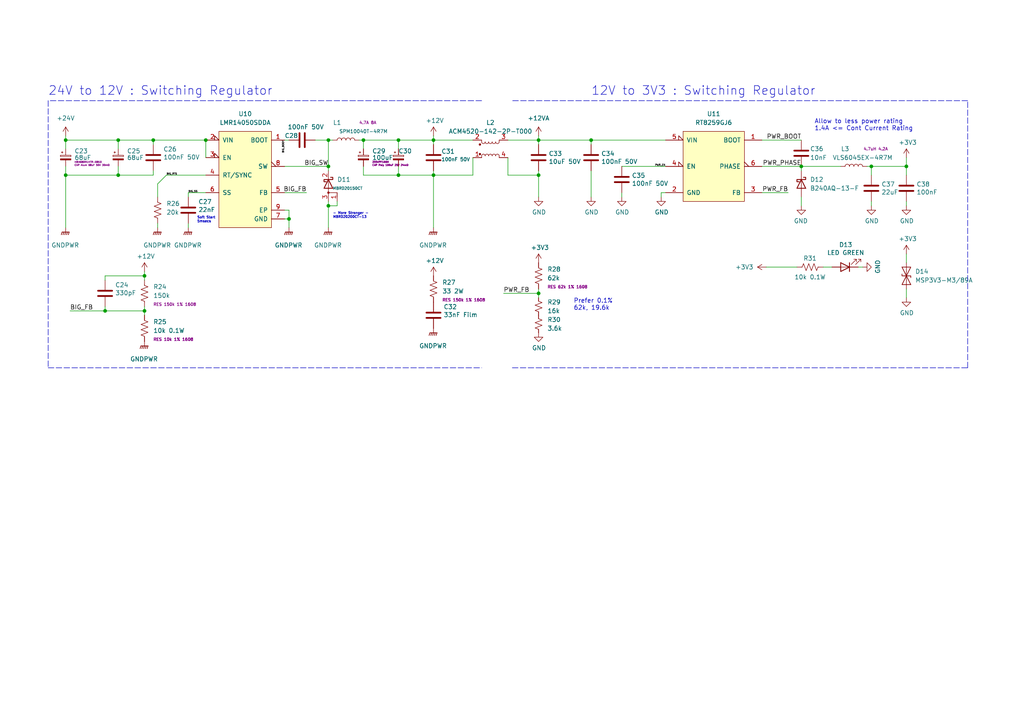
<source format=kicad_sch>
(kicad_sch (version 20210621) (generator eeschema)
  (paper "A4")
  (title_block (title "Power Domain") (date "2021-07-30") (rev "0.4") (company "Korean Paper Dispenser Parallel to Serial Adapter Module") (comment 1 "Features : 24V -> 12V, RS232, STM32G030") (comment 2 "Proof of concept hardware for Rust-Embedded.") (comment 3 "CERN-OHL-S-2.0") (comment 4 "Jinwoo Park pmnxis@gmail.com"))
  (lib_symbols
    (symbol "Device:C" (pin_numbers hide) (pin_names (offset 0.254))
      (property "Reference" "C" (at 0.635 2.54 0))
      (property "Value" "C" (at 0.635 -2.54 0))
      (symbol "C_0_1"
        (polyline (pts (xy -2.032 -0.762) (xy 2.032 -0.762)) (stroke (width 0.508)))
        (polyline (pts (xy -2.032 0.762) (xy 2.032 0.762)) (stroke (width 0.508)))
      )
      (symbol "C_1_1"
        (pin passive line (at 0 3.81 270) (length 2.794) (name "~") (number "1"))
        (pin passive line (at 0 -3.81 90) (length 2.794) (name "~") (number "2"))
      )
    )
    (symbol "Device:C_Polarized_Small" (pin_numbers hide) (pin_names (offset 0.254) hide)
      (property "Reference" "C" (at 0.254 1.778 0))
      (property "Value" "C_Polarized_Small" (at 0.254 -2.032 0))
      (symbol "C_Polarized_Small_0_1"
        (rectangle (start -1.524 0.6858) (end 1.524 0.3048))
        (rectangle (start -1.524 -0.3048) (end 1.524 -0.6858) (fill (type outline)))
        (polyline (pts (xy -1.27 1.524) (xy -0.762 1.524)))
        (polyline (pts (xy -1.016 1.27) (xy -1.016 1.778)))
      )
      (symbol "C_Polarized_Small_1_1"
        (pin passive line (at 0 2.54 270) (length 1.8542) (name "~") (number "1"))
        (pin passive line (at 0 -2.54 90) (length 1.8542) (name "~") (number "2"))
      )
    )
    (symbol "Device:D_Schottky_AKA" (pin_names (offset 0) hide)
      (property "Reference" "D" (at 0 2.54 0))
      (property "Value" "D_Schottky_AKA" (at 0 -2.54 0))
      (symbol "D_Schottky_AKA_0_1"
        (circle (center 2.54 0) (radius 0.254) (fill (type outline)))
        (polyline (pts (xy 1.27 1.27) (xy 1.27 -1.27) (xy -1.27 0) (xy 1.27 1.27)) (stroke (width 0.254)))
        (polyline (pts (xy 3.81 2.54) (xy 2.54 2.54) (xy 2.54 0) (xy -1.27 0)))
        (polyline (pts (xy -1.905 0.635) (xy -1.905 1.27) (xy -1.27 1.27) (xy -1.27 -1.27) (xy -0.635 -1.27) (xy -0.635 -0.635)) (stroke (width 0.254)))
      )
      (symbol "D_Schottky_AKA_1_1"
        (pin input line (at 5.08 2.54 180) (length 2.54) (name "A") (number "1"))
        (pin passive line (at -3.81 0 0) (length 2.54) (name "K") (number "2"))
        (pin passive line (at 5.08 0 180) (length 2.54) (name "A") (number "3"))
      )
    )
    (symbol "Device:LED" (pin_numbers hide) (pin_names (offset 1.016) hide)
      (property "Reference" "D" (at 0 2.54 0))
      (property "Value" "LED" (at 0 -2.54 0))
      (symbol "LED_0_1"
        (polyline (pts (xy -1.27 -1.27) (xy -1.27 1.27)) (stroke (width 0.254)))
        (polyline (pts (xy -1.27 0) (xy 1.27 0)))
        (polyline (pts (xy 1.27 -1.27) (xy 1.27 1.27) (xy -1.27 0) (xy 1.27 -1.27)) (stroke (width 0.254)))
        (polyline (pts (xy -3.048 -0.762) (xy -4.572 -2.286) (xy -3.81 -2.286) (xy -4.572 -2.286) (xy -4.572 -1.524)))
        (polyline (pts (xy -1.778 -0.762) (xy -3.302 -2.286) (xy -2.54 -2.286) (xy -3.302 -2.286) (xy -3.302 -1.524)))
      )
      (symbol "LED_1_1"
        (pin passive line (at -3.81 0 0) (length 2.54) (name "K") (number "1"))
        (pin passive line (at 3.81 0 180) (length 2.54) (name "A") (number "2"))
      )
    )
    (symbol "Device:L_Coupled_1423" (pin_names (offset 0.254) hide)
      (property "Reference" "L" (at 0 4.445 0))
      (property "Value" "L_Coupled_1423" (at 0 -4.445 0))
      (symbol "L_Coupled_1423_0_1"
        (arc (start -1.524 -2.032) (end -2.54 -2.032) (radius (at -2.032 -2.032) (length 0.508) (angles 0.1 179.9)))
        (arc (start -2.54 2.032) (end -1.524 2.032) (radius (at -2.032 2.032) (length 0.508) (angles -179.9 -0.1)))
        (arc (start -0.508 -2.032) (end -1.524 -2.032) (radius (at -1.016 -2.032) (length 0.508) (angles 0.1 179.9)))
        (arc (start -1.524 2.032) (end -0.508 2.032) (radius (at -1.016 2.032) (length 0.508) (angles -179.9 -0.1)))
        (arc (start 0.508 -2.032) (end -0.508 -2.032) (radius (at 0 -2.032) (length 0.508) (angles 0.1 179.9)))
        (arc (start -0.508 2.032) (end 0.508 2.032) (radius (at 0 2.032) (length 0.508) (angles -179.9 -0.1)))
        (arc (start 1.524 -2.032) (end 0.508 -2.032) (radius (at 1.016 -2.032) (length 0.508) (angles 0.1 179.9)))
        (arc (start 0.508 2.032) (end 1.524 2.032) (radius (at 1.016 2.032) (length 0.508) (angles -179.9 -0.1)))
        (arc (start 2.54 -2.032) (end 1.524 -2.032) (radius (at 2.032 -2.032) (length 0.508) (angles 0.1 179.9)))
        (arc (start 1.524 2.032) (end 2.54 2.032) (radius (at 2.032 2.032) (length 0.508) (angles -179.9 -0.1)))
        (circle (center -3.048 -1.27) (radius 0.254) (fill (type outline)))
        (circle (center -3.048 1.524) (radius 0.254) (fill (type outline)))
        (polyline (pts (xy -2.54 -2.032) (xy -2.54 -2.54)))
        (polyline (pts (xy -2.54 2.032) (xy -2.54 2.54)))
        (polyline (pts (xy 2.54 -2.032) (xy 2.54 -2.54)))
        (polyline (pts (xy 2.54 2.54) (xy 2.54 2.032)))
      )
      (symbol "L_Coupled_1423_1_1"
        (pin passive line (at -5.08 2.54 0) (length 2.54) (name "1") (number "1"))
        (pin passive line (at -5.08 -2.54 0) (length 2.54) (name "2") (number "2"))
        (pin passive line (at 5.08 -2.54 180) (length 2.54) (name "3") (number "3"))
        (pin passive line (at 5.08 2.54 180) (length 2.54) (name "4") (number "4"))
      )
    )
    (symbol "Device:R_Small_US" (pin_numbers hide) (pin_names (offset 0.254) hide)
      (property "Reference" "R" (at 0.762 0.508 0))
      (property "Value" "R_Small_US" (at 0.762 -1.016 0))
      (symbol "R_Small_US_1_1"
        (polyline (pts (xy 0 0) (xy 1.016 -0.381) (xy 0 -0.762) (xy -1.016 -1.143) (xy 0 -1.524)))
        (polyline (pts (xy 0 1.524) (xy 1.016 1.143) (xy 0 0.762) (xy -1.016 0.381) (xy 0 0)))
        (pin passive line (at 0 2.54 270) (length 1.016) (name "~") (number "1"))
        (pin passive line (at 0 -2.54 90) (length 1.016) (name "~") (number "2"))
      )
    )
    (symbol "Device:R_US" (pin_numbers hide) (pin_names (offset 0))
      (property "Reference" "R" (at 2.54 0 90))
      (property "Value" "R_US" (at -2.54 0 90))
      (symbol "R_US_0_1"
        (polyline (pts (xy 0 -2.286) (xy 0 -2.54)))
        (polyline (pts (xy 0 2.286) (xy 0 2.54)))
        (polyline (pts (xy 0 -0.762) (xy 1.016 -1.143) (xy 0 -1.524) (xy -1.016 -1.905) (xy 0 -2.286)))
        (polyline (pts (xy 0 0.762) (xy 1.016 0.381) (xy 0 0) (xy -1.016 -0.381) (xy 0 -0.762)))
        (polyline (pts (xy 0 2.286) (xy 1.016 1.905) (xy 0 1.524) (xy -1.016 1.143) (xy 0 0.762)))
      )
      (symbol "R_US_1_1"
        (pin passive line (at 0 3.81 270) (length 1.27) (name "~") (number "1"))
        (pin passive line (at 0 -3.81 90) (length 1.27) (name "~") (number "2"))
      )
    )
    (symbol "Diode:B240" (pin_numbers hide) (pin_names (offset 1.016) hide)
      (property "Reference" "D" (at 0 2.54 0))
      (property "Value" "B240" (at 0 -2.54 0))
      (symbol "B240_0_1"
        (polyline (pts (xy 1.27 0) (xy -1.27 0)))
        (polyline (pts (xy 1.27 1.27) (xy 1.27 -1.27) (xy -1.27 0) (xy 1.27 1.27)) (stroke (width 0.254)))
        (polyline (pts (xy -1.905 0.635) (xy -1.905 1.27) (xy -1.27 1.27) (xy -1.27 -1.27) (xy -0.635 -1.27) (xy -0.635 -0.635)) (stroke (width 0.254)))
      )
      (symbol "B240_1_1"
        (pin passive line (at -3.81 0 0) (length 2.54) (name "K") (number "1"))
        (pin passive line (at 3.81 0 180) (length 2.54) (name "A") (number "2"))
      )
    )
    (symbol "Diode:SD36_SOD323" (pin_numbers hide) (pin_names (offset 1.016) hide)
      (property "Reference" "D" (at 0 2.54 0))
      (property "Value" "SD36_SOD323" (at 0 -2.54 0))
      (symbol "SD36_SOD323_0_1"
        (polyline (pts (xy 1.27 0) (xy -1.27 0)))
        (polyline (pts (xy -2.54 -1.27) (xy 0 0) (xy -2.54 1.27) (xy -2.54 -1.27)) (stroke (width 0.2032)))
        (polyline (pts (xy 0.508 1.27) (xy 0 1.27) (xy 0 -1.27) (xy -0.508 -1.27)) (stroke (width 0.2032)))
        (polyline (pts (xy 2.54 1.27) (xy 2.54 -1.27) (xy 0 0) (xy 2.54 1.27)) (stroke (width 0.2032)))
      )
      (symbol "SD36_SOD323_1_1"
        (pin passive line (at -3.81 0 0) (length 2.54) (name "A1") (number "1"))
        (pin passive line (at 3.81 0 180) (length 2.54) (name "A2") (number "2"))
      )
    )
    (symbol "Power_Inductor_Extended:NR6028T4R7M" (pin_numbers hide) (pin_names (offset 1.016) hide)
      (property "Reference" "L" (at -1.27 -3.81 0))
      (property "Value" "NR6028T4R7M" (at -3.175 0 90))
      (property "ODR.Part#" "Power Inductor 4.7uH 2.7A" (at -1.27 -1.27 90))
      (symbol "NR6028T4R7M_0_1"
        (arc (start 0 -2.54) (end 0 -1.27) (radius (at 0 -1.905) (length 0.635) (angles -89.9 89.9)))
        (arc (start 0 -1.27) (end 0 0) (radius (at 0 -0.635) (length 0.635) (angles -89.9 89.9)))
        (arc (start 0 0) (end 0 1.27) (radius (at 0 0.635) (length 0.635) (angles -89.9 89.9)))
        (arc (start 0 1.27) (end 0 2.54) (radius (at 0 1.905) (length 0.635) (angles -89.9 89.9)))
      )
      (symbol "NR6028T4R7M_1_1"
        (pin passive line (at 0 3.81 270) (length 1.27) (name "1") (number "1"))
        (pin passive line (at 0 -3.81 90) (length 1.27) (name "2") (number "2"))
      )
    )
    (symbol "Regulator_Switching_Extended:LMR14050SDDA" (pin_names (offset 1.016))
      (property "Reference" "U" (at -7.62 17.78 0))
      (property "Value" "LMR14050SDDA" (at -7.62 15.24 0))
      (symbol "LMR14050SDDA_0_0"
        (pin input line (at 11.43 11.43 180) (length 3.81) (name "BOOT") (number "1"))
        (pin power_in input_low (at -11.43 11.43 0) (length 3.81) (name "VIN") (number "2"))
        (pin input input_low (at -11.43 6.35 0) (length 3.81) (name "EN") (number "3"))
        (pin passive line (at -11.43 1.27 0) (length 3.81) (name "RT/SYNC") (number "4"))
        (pin passive line (at 11.43 -3.81 180) (length 3.81) (name "FB") (number "5"))
        (pin passive line (at -11.43 -3.81 0) (length 3.81) (name "SS") (number "6"))
        (pin power_in line (at 11.43 -11.43 180) (length 3.81) (name "GND") (number "7"))
        (pin power_out output_low (at 11.43 3.81 180) (length 3.81) (name "SW") (number "8"))
        (pin power_in line (at 11.43 -8.89 180) (length 3.81) (name "EP") (number "9"))
      )
      (symbol "LMR14050SDDA_0_1"
        (rectangle (start -7.62 13.97) (end 7.62 -13.97) (fill (type background)))
      )
    )
    (symbol "Regulator_Switching_Extended:RT8259GJ6" (pin_names (offset 1.016))
      (property "Reference" "U" (at -8.89 13.97 0))
      (property "Value" "RT8259GJ6" (at -8.89 11.43 0))
      (symbol "RT8259GJ6_0_0"
        (pin input line (at 13.97 7.62 180) (length 5.08) (name "BOOT") (number "1"))
        (pin power_in line (at -13.97 -7.62 0) (length 5.08) (name "GND") (number "2"))
        (pin passive line (at 13.97 -7.62 180) (length 5.08) (name "FB") (number "3"))
        (pin input input_low (at -13.97 0 0) (length 5.08) (name "EN") (number "4"))
        (pin power_in input_low (at -13.97 7.62 0) (length 5.08) (name "VIN") (number "5"))
        (pin power_out output_low (at 13.97 0 180) (length 5.08) (name "PHASE") (number "6"))
      )
      (symbol "RT8259GJ6_0_1"
        (rectangle (start -8.89 10.16) (end 8.89 -10.16) (fill (type background)))
      )
    )
    (symbol "power:+12V" (power) (pin_names (offset 0))
      (property "Value" "+12V" (at 0 3.556 0))
      (symbol "+12V_0_1"
        (polyline (pts (xy -0.762 1.27) (xy 0 2.54)))
        (polyline (pts (xy 0 0) (xy 0 2.54)))
        (polyline (pts (xy 0 2.54) (xy 0.762 1.27)))
      )
      (symbol "+12V_1_1"
        (pin power_in line (at 0 0 90) (length 0) hide (name "+12V") (number "1"))
      )
    )
    (symbol "power:+12VA" (power) (pin_names (offset 0))
      (property "Value" "+12VA" (at 0 3.556 0))
      (symbol "+12VA_0_1"
        (polyline (pts (xy -0.762 1.27) (xy 0 2.54)))
        (polyline (pts (xy 0 0) (xy 0 2.54)))
        (polyline (pts (xy 0 2.54) (xy 0.762 1.27)))
      )
      (symbol "+12VA_1_1"
        (pin power_in line (at 0 0 90) (length 0) hide (name "+12VA") (number "1"))
      )
    )
    (symbol "power:+24V" (power) (pin_names (offset 0))
      (property "Value" "+24V" (at 0 3.556 0))
      (symbol "+24V_0_1"
        (polyline (pts (xy -0.762 1.27) (xy 0 2.54)))
        (polyline (pts (xy 0 0) (xy 0 2.54)))
        (polyline (pts (xy 0 2.54) (xy 0.762 1.27)))
      )
      (symbol "+24V_1_1"
        (pin power_in line (at 0 0 90) (length 0) hide (name "+24V") (number "1"))
      )
    )
    (symbol "power:+3V3" (power) (pin_names (offset 0))
      (property "Value" "+3V3" (at 0 3.556 0))
      (symbol "+3V3_0_1"
        (polyline (pts (xy -0.762 1.27) (xy 0 2.54)))
        (polyline (pts (xy 0 0) (xy 0 2.54)))
        (polyline (pts (xy 0 2.54) (xy 0.762 1.27)))
      )
      (symbol "+3V3_1_1"
        (pin power_in line (at 0 0 90) (length 0) hide (name "+3V3") (number "1"))
      )
    )
    (symbol "power:GND" (power) (pin_names (offset 0))
      (property "Value" "GND" (at 0 -3.81 0))
      (symbol "GND_0_1"
        (polyline (pts (xy 0 0) (xy 0 -1.27) (xy 1.27 -1.27) (xy 0 -2.54) (xy -1.27 -1.27) (xy 0 -1.27)))
      )
      (symbol "GND_1_1"
        (pin power_in line (at 0 0 270) (length 0) hide (name "GND") (number "1"))
      )
    )
    (symbol "power:GNDPWR" (power) (pin_names (offset 0))
      (property "Value" "GNDPWR" (at 0 -3.302 0))
      (symbol "GNDPWR_0_1"
        (polyline (pts (xy 0 -1.27) (xy 0 0)))
        (polyline (pts (xy -1.016 -1.27) (xy -1.27 -2.032) (xy -1.27 -2.032)) (stroke (width 0.2032)))
        (polyline (pts (xy -0.508 -1.27) (xy -0.762 -2.032) (xy -0.762 -2.032)) (stroke (width 0.2032)))
        (polyline (pts (xy 0 -1.27) (xy -0.254 -2.032) (xy -0.254 -2.032)) (stroke (width 0.2032)))
        (polyline (pts (xy 0.508 -1.27) (xy 0.254 -2.032) (xy 0.254 -2.032)) (stroke (width 0.2032)))
        (polyline (pts (xy 1.016 -1.27) (xy -1.016 -1.27) (xy -1.016 -1.27)) (stroke (width 0.2032)))
        (polyline (pts (xy 1.016 -1.27) (xy 0.762 -2.032) (xy 0.762 -2.032) (xy 0.762 -2.032)) (stroke (width 0.2032)))
      )
      (symbol "GNDPWR_1_1"
        (pin power_in line (at 0 0 270) (length 0) hide (name "GNDPWR") (number "1"))
      )
    )
  )
  (junction (at 19.05 40.64) (diameter 0.9144))
  (junction (at 19.05 50.8) (diameter 0.9144))
  (junction (at 30.48 90.17) (diameter 0.9144))
  (junction (at 34.29 40.64) (diameter 0.9144))
  (junction (at 34.29 50.8) (diameter 0.9144))
  (junction (at 41.91 80.01) (diameter 0.9144))
  (junction (at 41.91 90.17) (diameter 0.9144))
  (junction (at 44.45 40.64))
  (junction (at 59.69 40.64))
  (junction (at 83.82 63.5) (diameter 0.9144))
  (junction (at 95.25 40.64) (diameter 0.9144))
  (junction (at 95.25 48.26) (diameter 0.9144))
  (junction (at 95.25 59.69) (diameter 0.9144))
  (junction (at 105.41 40.64))
  (junction (at 115.57 40.64) (diameter 0.9144))
  (junction (at 115.57 50.8) (diameter 0.9144))
  (junction (at 125.73 40.64) (diameter 0.9144))
  (junction (at 125.73 50.8) (diameter 0.9144))
  (junction (at 156.21 40.64) (diameter 0.9144))
  (junction (at 156.21 50.8))
  (junction (at 156.21 85.09) (diameter 0.9144))
  (junction (at 171.45 40.64) (diameter 0.9144))
  (junction (at 232.41 48.26) (diameter 0.9144))
  (junction (at 252.73 48.26) (diameter 0.9144))
  (junction (at 262.89 48.26) (diameter 0.9144))
  (wire (pts (xy 19.05 39.37) (xy 19.05 40.64)))
  (wire (pts (xy 19.05 40.64) (xy 19.05 43.18)))
  (wire (pts (xy 19.05 40.64) (xy 34.29 40.64)))
  (wire (pts (xy 19.05 48.26) (xy 19.05 50.8)))
  (wire (pts (xy 19.05 50.8) (xy 19.05 66.04)))
  (wire (pts (xy 19.05 50.8) (xy 34.29 50.8)))
  (wire (pts (xy 20.32 90.17) (xy 30.48 90.17)))
  (wire (pts (xy 30.48 80.01) (xy 30.48 81.28)))
  (wire (pts (xy 30.48 88.9) (xy 30.48 90.17)))
  (wire (pts (xy 30.48 90.17) (xy 41.91 90.17)))
  (wire (pts (xy 34.29 40.64) (xy 34.29 43.18)))
  (wire (pts (xy 34.29 40.64) (xy 44.45 40.64)))
  (wire (pts (xy 34.29 48.26) (xy 34.29 50.8)))
  (wire (pts (xy 34.29 50.8) (xy 44.45 50.8)))
  (wire (pts (xy 41.91 78.74) (xy 41.91 80.01)))
  (wire (pts (xy 41.91 80.01) (xy 30.48 80.01)))
  (wire (pts (xy 41.91 80.01) (xy 41.91 81.28)))
  (wire (pts (xy 41.91 88.9) (xy 41.91 90.17)))
  (wire (pts (xy 41.91 90.17) (xy 41.91 91.44)))
  (wire (pts (xy 44.45 40.64) (xy 44.45 41.91)))
  (wire (pts (xy 44.45 40.64) (xy 59.69 40.64)))
  (wire (pts (xy 44.45 49.53) (xy 44.45 50.8)))
  (wire (pts (xy 45.72 53.34) (xy 45.72 57.15)))
  (wire (pts (xy 45.72 64.77) (xy 45.72 66.04)))
  (wire (pts (xy 48.26 50.8) (xy 45.72 53.34)))
  (wire (pts (xy 48.26 50.8) (xy 59.69 50.8)))
  (wire (pts (xy 54.61 55.88) (xy 54.61 57.15)))
  (wire (pts (xy 54.61 55.88) (xy 59.69 55.88)))
  (wire (pts (xy 54.61 64.77) (xy 54.61 66.04)))
  (wire (pts (xy 59.69 40.64) (xy 59.69 45.72)))
  (wire (pts (xy 82.55 40.64) (xy 83.82 40.64)))
  (wire (pts (xy 82.55 48.26) (xy 95.25 48.26)))
  (wire (pts (xy 82.55 55.88) (xy 88.9 55.88)))
  (wire (pts (xy 82.55 63.5) (xy 83.82 63.5)))
  (wire (pts (xy 83.82 60.96) (xy 82.55 60.96)))
  (wire (pts (xy 83.82 63.5) (xy 83.82 60.96)))
  (wire (pts (xy 83.82 66.04) (xy 83.82 63.5)))
  (wire (pts (xy 91.44 40.64) (xy 95.25 40.64)))
  (wire (pts (xy 95.25 40.64) (xy 95.25 48.26)))
  (wire (pts (xy 95.25 40.64) (xy 96.52 40.64)))
  (wire (pts (xy 95.25 48.26) (xy 95.25 49.53)))
  (wire (pts (xy 95.25 58.42) (xy 95.25 59.69)))
  (wire (pts (xy 95.25 59.69) (xy 95.25 66.04)))
  (wire (pts (xy 97.79 58.42) (xy 97.79 59.69)))
  (wire (pts (xy 97.79 59.69) (xy 95.25 59.69)))
  (wire (pts (xy 104.14 40.64) (xy 105.41 40.64)))
  (wire (pts (xy 105.41 40.64) (xy 105.41 43.18)))
  (wire (pts (xy 105.41 40.64) (xy 115.57 40.64)))
  (wire (pts (xy 105.41 48.26) (xy 105.41 50.8)))
  (wire (pts (xy 105.41 50.8) (xy 115.57 50.8)))
  (wire (pts (xy 115.57 40.64) (xy 125.73 40.64)))
  (wire (pts (xy 115.57 43.18) (xy 115.57 40.64)))
  (wire (pts (xy 115.57 48.26) (xy 115.57 50.8)))
  (wire (pts (xy 115.57 50.8) (xy 125.73 50.8)))
  (wire (pts (xy 125.73 39.37) (xy 125.73 40.64)))
  (wire (pts (xy 125.73 40.64) (xy 125.73 41.91)))
  (wire (pts (xy 125.73 40.64) (xy 137.16 40.64)))
  (wire (pts (xy 125.73 49.53) (xy 125.73 50.8)))
  (wire (pts (xy 125.73 50.8) (xy 125.73 66.04)))
  (wire (pts (xy 125.73 50.8) (xy 137.16 50.8)))
  (wire (pts (xy 137.16 50.8) (xy 137.16 45.72)))
  (wire (pts (xy 146.05 85.09) (xy 156.21 85.09)))
  (wire (pts (xy 147.32 40.64) (xy 156.21 40.64)))
  (wire (pts (xy 147.32 45.72) (xy 147.32 50.8)))
  (wire (pts (xy 147.32 50.8) (xy 156.21 50.8)))
  (wire (pts (xy 156.21 39.37) (xy 156.21 40.64)))
  (wire (pts (xy 156.21 40.64) (xy 156.21 41.91)))
  (wire (pts (xy 156.21 40.64) (xy 171.45 40.64)))
  (wire (pts (xy 156.21 49.53) (xy 156.21 50.8)))
  (wire (pts (xy 156.21 50.8) (xy 156.21 57.15)))
  (wire (pts (xy 156.21 83.82) (xy 156.21 85.09)))
  (wire (pts (xy 156.21 85.09) (xy 156.21 86.36)))
  (wire (pts (xy 171.45 40.64) (xy 171.45 41.91)))
  (wire (pts (xy 171.45 40.64) (xy 193.04 40.64)))
  (wire (pts (xy 171.45 49.53) (xy 171.45 57.15)))
  (wire (pts (xy 180.34 48.26) (xy 193.04 48.26)))
  (wire (pts (xy 180.34 55.88) (xy 180.34 57.15)))
  (wire (pts (xy 191.77 55.88) (xy 191.77 57.15)))
  (wire (pts (xy 191.77 55.88) (xy 193.04 55.88)))
  (wire (pts (xy 220.98 40.64) (xy 232.41 40.64)))
  (wire (pts (xy 220.98 48.26) (xy 232.41 48.26)))
  (wire (pts (xy 220.98 55.88) (xy 228.6 55.88)))
  (wire (pts (xy 231.14 77.47) (xy 222.25 77.47)))
  (wire (pts (xy 232.41 48.26) (xy 232.41 49.53)))
  (wire (pts (xy 232.41 48.26) (xy 243.84 48.26)))
  (wire (pts (xy 232.41 57.15) (xy 232.41 59.69)))
  (wire (pts (xy 238.76 77.47) (xy 241.3 77.47)))
  (wire (pts (xy 248.92 77.47) (xy 250.19 77.47)))
  (wire (pts (xy 251.46 48.26) (xy 252.73 48.26)))
  (wire (pts (xy 252.73 48.26) (xy 252.73 50.8)))
  (wire (pts (xy 252.73 48.26) (xy 262.89 48.26)))
  (wire (pts (xy 252.73 59.69) (xy 252.73 58.42)))
  (wire (pts (xy 262.89 45.72) (xy 262.89 48.26)))
  (wire (pts (xy 262.89 48.26) (xy 262.89 50.8)))
  (wire (pts (xy 262.89 59.69) (xy 262.89 58.42)))
  (wire (pts (xy 262.89 73.66) (xy 262.89 76.2)))
  (wire (pts (xy 262.89 83.82) (xy 262.89 86.36)))
  (polyline (pts (xy 13.97 29.21) (xy 13.97 106.68)) (stroke (width 0) (type dash)))
  (polyline (pts (xy 13.97 106.68) (xy 139.7 106.68)) (stroke (width 0) (type dash)))
  (polyline (pts (xy 139.7 29.21) (xy 13.97 29.21)) (stroke (width 0) (type dash)))
  (polyline (pts (xy 148.59 106.68) (xy 280.67 106.68)) (stroke (width 0) (type dash)))
  (polyline (pts (xy 280.67 29.21) (xy 148.59 29.21)) (stroke (width 0) (type dash)))
  (polyline (pts (xy 280.67 106.68) (xy 280.67 29.21)) (stroke (width 0) (type dash)))
  (text "24V to 12V : Switching Regulator" (at 13.97 27.94 0) (effects (font (size 2.54 2.54)) (justify left bottom)))
  (text "Soft Start\n5msecs" (at 57.15 64.77 0) (effects (font (size 0.7 0.7)) (justify left bottom)))
  (text "- More Stronger -\nMBRD20200CT-13" (at 96.52 63.5 0) (effects (font (size 0.7 0.7)) (justify left bottom)))
  (text "Prefer 0.1%\n62k, 19.6k" (at 166.37 90.17 0) (effects (font (size 1.27 1.27)) (justify left bottom)))
  (text "12V to 3V3 : Switching Regulator" (at 171.45 27.94 0) (effects (font (size 2.54 2.54)) (justify left bottom)))
  (text "Allow to less power rating\n1.4A <= Cont Current Rating" (at 236.22 38.1 0) (effects (font (size 1.27 1.27)) (justify left bottom)))
  (label "BIG_FB" (at 20.32 90.17 0))
  (label "BIG_RTS" (at 48.26 50.8 0) (effects (font (size 0.5 0.5))))
  (label "BIG_SS" (at 54.61 55.88 0) (effects (font (size 0.5 0.5))))
  (label "BIG_BOOT" (at 82.55 40.64 270) (effects (font (size 0.5 0.5))))
  (label "BIG_FB" (at 88.9 55.88 180))
  (label "BIG_SW" (at 95.25 48.26 180))
  (label "PWR_FB" (at 146.05 85.09 0))
  (label "PWR_EN" (at 193.04 48.26 180) (effects (font (size 0.5 0.5))))
  (label "PWR_FB" (at 228.6 55.88 180))
  (label "PWR_BOOT" (at 232.41 40.64 180))
  (label "PWR_PHASE" (at 232.41 48.26 180))
  (symbol (lib_id "power:+24V") (at 19.05 39.37 0) (unit 1)
    (property "Reference" "#PWR068" (effects hide))
    (property "Value" "+24V" (at 19.05 34.29 0))
  )
  (symbol (lib_id "power:+12V") (at 41.91 78.74 0) (unit 1)
    (property "Reference" "#PWR070" (effects hide))
    (property "Value" "+12V" (at 42.291 74.3458 0))
  )
  (symbol (lib_id "power:+12V") (at 125.73 39.37 0) (unit 1)
    (property "Reference" "#PWR076" (effects hide))
    (property "Value" "+12V" (at 126.111 34.9758 0))
  )
  (symbol (lib_id "power:+12V") (at 125.73 80.01 0) (unit 1)
    (property "Reference" "#PWR078" (effects hide))
    (property "Value" "+12V" (at 126.111 75.6158 0))
  )
  (symbol (lib_id "power:+12VA") (at 156.21 39.37 0) (unit 1)
    (property "Reference" "#PWR080" (effects hide))
    (property "Value" "+12VA" (at 156.21 34.29 0))
  )
  (symbol (lib_id "power:+3V3") (at 156.21 76.2 0) (unit 1)
    (property "Reference" "#PWR082" (effects hide))
    (property "Value" "+3V3" (at 156.591 71.8058 0))
  )
  (symbol (lib_id "power:+3V3") (at 222.25 77.47 90) (unit 1)
    (property "Reference" "#PWR087" (effects hide))
    (property "Value" "+3V3" (at 215.9 77.47 90))
  )
  (symbol (lib_id "power:+3V3") (at 262.89 45.72 0) (unit 1)
    (property "Reference" "#PWR091" (effects hide))
    (property "Value" "+3V3" (at 263.271 41.3258 0))
  )
  (symbol (lib_id "power:+3V3") (at 262.89 73.66 0) (unit 1)
    (property "Reference" "#PWR093" (effects hide))
    (property "Value" "+3V3" (at 263.271 69.2658 0))
  )
  (symbol (lib_id "power:GNDPWR") (at 19.05 66.04 0) (unit 1)
    (property "Reference" "#PWR069" (effects hide))
    (property "Value" "GNDPWR" (at 18.923 71.12 0))
  )
  (symbol (lib_id "power:GNDPWR") (at 41.91 99.06 0) (unit 1)
    (property "Reference" "#PWR071" (effects hide))
    (property "Value" "GNDPWR" (at 41.783 104.14 0))
  )
  (symbol (lib_id "power:GNDPWR") (at 45.72 66.04 0) (unit 1)
    (property "Reference" "#PWR072" (effects hide))
    (property "Value" "GNDPWR" (at 45.593 71.12 0))
  )
  (symbol (lib_id "power:GNDPWR") (at 54.61 66.04 0) (unit 1)
    (property "Reference" "#PWR073" (effects hide))
    (property "Value" "GNDPWR" (at 54.483 71.12 0))
  )
  (symbol (lib_id "power:GNDPWR") (at 83.82 66.04 0) (unit 1)
    (property "Reference" "#PWR074" (effects hide))
    (property "Value" "GNDPWR" (at 83.693 71.12 0))
  )
  (symbol (lib_id "power:GNDPWR") (at 95.25 66.04 0) (unit 1)
    (property "Reference" "#PWR075" (effects hide))
    (property "Value" "GNDPWR" (at 95.123 71.12 0))
  )
  (symbol (lib_id "power:GNDPWR") (at 125.73 66.04 0) (unit 1)
    (property "Reference" "#PWR077" (effects hide))
    (property "Value" "GNDPWR" (at 125.603 71.12 0))
  )
  (symbol (lib_id "power:GNDPWR") (at 125.73 95.25 0) (unit 1)
    (property "Reference" "#PWR079" (effects hide))
    (property "Value" "GNDPWR" (at 125.603 100.33 0))
  )
  (symbol (lib_id "power:GND") (at 156.21 57.15 0) (unit 1)
    (property "Reference" "#PWR081" (effects hide))
    (property "Value" "GND" (at 156.337 61.5442 0))
  )
  (symbol (lib_id "power:GND") (at 156.21 96.52 0) (unit 1)
    (property "Reference" "#PWR083" (effects hide))
    (property "Value" "GND" (at 156.337 100.9142 0))
  )
  (symbol (lib_id "power:GND") (at 171.45 57.15 0) (unit 1)
    (property "Reference" "#PWR084" (effects hide))
    (property "Value" "GND" (at 171.577 61.5442 0))
  )
  (symbol (lib_id "power:GND") (at 180.34 57.15 0) (unit 1)
    (property "Reference" "#PWR085" (effects hide))
    (property "Value" "GND" (at 180.467 61.5442 0))
  )
  (symbol (lib_id "power:GND") (at 191.77 57.15 0) (unit 1)
    (property "Reference" "#PWR086" (effects hide))
    (property "Value" "GND" (at 191.897 61.5442 0))
  )
  (symbol (lib_id "power:GND") (at 232.41 59.69 0) (mirror y) (unit 1)
    (property "Reference" "#PWR088" (effects hide))
    (property "Value" "GND" (at 232.283 64.0842 0))
  )
  (symbol (lib_id "power:GND") (at 250.19 77.47 90) (unit 1)
    (property "Reference" "#PWR089" (effects hide))
    (property "Value" "GND" (at 254.5842 77.343 0))
  )
  (symbol (lib_id "power:GND") (at 252.73 59.69 0) (unit 1)
    (property "Reference" "#PWR090" (effects hide))
    (property "Value" "GND" (at 252.857 64.0842 0))
  )
  (symbol (lib_id "power:GND") (at 262.89 59.69 0) (unit 1)
    (property "Reference" "#PWR092" (effects hide))
    (property "Value" "GND" (at 263.017 64.0842 0))
  )
  (symbol (lib_id "power:GND") (at 262.89 86.36 0) (unit 1)
    (property "Reference" "#PWR094" (effects hide))
    (property "Value" "GND" (at 263.017 90.7542 0))
  )
  (symbol (lib_id "Power_Inductor_Extended:NR6028T4R7M") (at 100.33 40.64 90) (unit 1)
    (property "Reference" "L1" (at 97.79 35.56 90))
    (property "Value" "SPM10040T-4R7M" (at 105.41 38.1 90) (effects (font (size 1 1))))
    (property "Footprint" "TDK-SPM10040:L_TDK_SPM10040" (effects hide))
    (property "Datasheet" "https://product.tdk.com/system/files/dam/doc/product/inductor/inductor/smd/catalog/inductor_commercial_power_slf12575_en.pdf" (effects hide))
    (property "MFR.Part#" "SPM10040T-4R7M" (effects hide))
    (property "ODR.Part#" "4.7A 8A" (at 106.68 35.56 90) (effects (font (size 0.8382 0.8382))))
    (property "Packaging" "L_12.5*12.5*7.5" (effects hide))
    (property "Supplier" "JLCPCB-Extended" (effects hide))
    (property "LCSC Part" "C138681" (effects hide))
    (property "Manufacturer" "TDK" (effects hide))
    (property "Mount" "SMD" (effects hide))
  )
  (symbol (lib_id "Power_Inductor_Extended:NR6028T4R7M") (at 247.65 48.26 90) (unit 1)
    (property "Reference" "L3" (at 245.11 43.18 90))
    (property "Value" "VLS6045EX-4R7M" (at 250.19 45.72 90))
    (property "Footprint" "Power_Inductor_Extended:L_TDK_VLS6045EX" (effects hide))
    (property "Datasheet" "https://product.tdk.com/en/system/files?file=dam/doc/product/inductor/inductor/smd/catalog/inductor_commercial_power_vls6045ex_en.pdf" (effects hide))
    (property "MFR.Part#" "VLS6045EX-4R7M" (effects hide))
    (property "ODR.Part#" "4.7uH 4.2A" (at 254 43.18 90) (effects (font (size 0.8382 0.8382))))
    (property "Packaging" "L_6.0*6.0*4.5" (effects hide))
    (property "Supplier" "JLCPCB-Extended" (effects hide))
    (property "LCSC Part" "C307880" (effects hide))
    (property "Manufacturer" "Taiyo Yuden" (effects hide))
    (property "Mount" "SMD" (effects hide))
  )
  (symbol (lib_id "Device:R_Small_US") (at 156.21 88.9 0) (unit 1)
    (property "Reference" "R29" (at 158.75 87.6299 0) (effects (justify left)))
    (property "Value" "16k" (at 158.75 90.1699 0) (effects (justify left)))
    (property "Footprint" "Resistor_SMD:R_0603_1608Metric" (effects hide))
    (property "MFR.Part#" "0603WAF1602T5E" (effects hide))
    (property "ODR.Part#" "RES 16k 1% 1608" (effects hide))
    (property "LCSC Part" "C22818" (effects hide))
    (property "Manufacturer" "ANY" (effects hide))
    (property "Mount" "SMD" (effects hide))
    (property "Packaging" "1608" (effects hide))
    (property "Supplier" "JLCPCB-Basic" (effects hide))
  )
  (symbol (lib_id "Device:R_Small_US") (at 156.21 93.98 0) (unit 1)
    (property "Reference" "R30" (at 158.75 92.7099 0) (effects (justify left)))
    (property "Value" "3.6k" (at 158.75 95.2499 0) (effects (justify left)))
    (property "Footprint" "Resistor_SMD:R_0603_1608Metric" (effects hide))
    (property "LCSC Part" "C22980" (effects hide))
    (property "MFR.Part#" "0603WAF3601T5E" (effects hide))
    (property "ODR.Part#" "RES 3.6k 1% 1608" (effects hide))
    (property "Manufacturer" "ANY" (effects hide))
    (property "Mount" "SMD" (effects hide))
    (property "Packaging" "1608" (effects hide))
    (property "Supplier" "JLCPCB-Basic" (effects hide))
  )
  (symbol (lib_id "Device:C_Polarized_Small") (at 19.05 45.72 0) (unit 1)
    (property "Reference" "C23" (at 21.59 43.8149 0) (effects (justify left)))
    (property "Value" "68uF" (at 21.59 45.7199 0) (effects (justify left)))
    (property "Footprint" "Capacitor_SMD:CP_Elec_8x10" (effects hide))
    (property "Datasheet" "https://datasheet.lcsc.com/lcsc/1810171027_Lelon-HBV680M1HTR-0810_C311667.pdf" (effects hide))
    (property "LCSC Part" "C311667" (effects hide))
    (property "MFR.Part#" "HBV680M1HTR-0810" (at 21.59 46.99 0) (effects (font (size 0.5 0.5)) (justify left)))
    (property "Manufacturer" "Lelon" (effects hide))
    (property "Mount" "SMD" (effects hide))
    (property "ODR.Part#" "CAP Alum 68uF 50V 30mΩ" (at 21.59 47.875 0) (effects (font (size 0.5 0.5)) (justify left)))
    (property "Packaging" "SMD-ECAP-8x10" (effects hide))
    (property "Supplier" "JLCPCB-Extended" (effects hide))
  )
  (symbol (lib_id "Device:C_Polarized_Small") (at 34.29 45.72 0) (unit 1)
    (property "Reference" "C25" (at 36.83 43.8149 0) (effects (justify left)))
    (property "Value" "68uF" (at 36.83 45.7199 0) (effects (justify left)))
    (property "Footprint" "Capacitor_SMD:CP_Elec_8x10" (effects hide))
    (property "Datasheet" "https://datasheet.lcsc.com/lcsc/1810171027_Lelon-HBV680M1HTR-0810_C311667.pdf" (effects hide))
    (property "LCSC Part" "C311667" (effects hide))
    (property "MFR.Part#" "HBV680M1HTR-0810" (effects hide))
    (property "Manufacturer" "Lelon" (effects hide))
    (property "Mount" "SMD" (effects hide))
    (property "ODR.Part#" "CAP Alum 68uF 50V 30mΩ" (effects hide))
    (property "Packaging" "SMD-ECAP-8x10" (effects hide))
    (property "Supplier" "JLCPCB-Extended" (effects hide))
  )
  (symbol (lib_id "Device:C_Polarized_Small") (at 105.41 45.72 0) (unit 1)
    (property "Reference" "C29" (at 107.95 43.8149 0) (effects (justify left)))
    (property "Value" "100uF" (at 107.95 45.7199 0) (effects (justify left)))
    (property "Footprint" "Capacitor_SMD:CP_Elec_8x6.9" (effects hide))
    (property "Datasheet" "https://industrial.panasonic.com/ww/products/pt/os-con/models/25SVPF47M" (effects hide))
    (property "LCSC Part" "C136279" (effects hide))
    (property "MFR.Part#" "25SVPF100M" (at 107.95 46.99 0) (effects (font (size 0.5 0.5)) (justify left)))
    (property "Manufacturer" "Panasonic" (effects hide))
    (property "Mount" "SMD" (effects hide))
    (property "ODR.Part#" "CAP Poly 100uF 25V 24mΩ" (at 107.95 47.875 0) (effects (font (size 0.5 0.5)) (justify left)))
    (property "Packaging" "SMD-ECAP-8x6.9" (effects hide))
    (property "Supplier" "JLCPCB-Extended" (effects hide))
  )
  (symbol (lib_id "Device:C_Polarized_Small") (at 115.57 45.72 0) (unit 1)
    (property "Reference" "C30" (at 115.57 43.8149 0) (effects (justify left)))
    (property "Value" "100uF" (effects hide))
    (property "Footprint" "Capacitor_SMD:CP_Elec_8x6.9" (effects hide))
    (property "Datasheet" "https://industrial.panasonic.com/ww/products/pt/os-con/models/25SVPF47M" (effects hide))
    (property "LCSC Part" "C136279" (effects hide))
    (property "MFR.Part#" "25SVPF100M" (effects hide))
    (property "Manufacturer" "Panasonic" (effects hide))
    (property "Mount" "SMD" (effects hide))
    (property "ODR.Part#" "CAP Poly 100uF 25V 24mΩ" (effects hide))
    (property "Packaging" "SMD-ECAP-8x6.9" (effects hide))
    (property "Supplier" "JLCPCB-Extended" (effects hide))
  )
  (symbol (lib_id "Device:R_US") (at 41.91 85.09 0) (unit 1)
    (property "Reference" "R24" (at 44.45 83.1849 0) (effects (justify left)))
    (property "Value" "150k" (at 44.45 85.7249 0) (effects (justify left)))
    (property "Footprint" "Resistor_SMD:R_0603_1608Metric" (effects hide))
    (property "ODR.Part#" "RES 150k 1% 1608" (at 44.45 88.2649 0) (effects (font (size 0.8382 0.8382)) (justify left)))
    (property "LCSC Part" "C22807" (effects hide))
    (property "MFR.Part#" "0603WAF1503T5E" (effects hide))
    (property "Manufacturer" "ANY" (effects hide))
    (property "Mount" "SMD" (effects hide))
    (property "Packaging" "1608" (effects hide))
    (property "Supplier" "JLCPCB-Basic" (effects hide))
  )
  (symbol (lib_id "Device:R_US") (at 41.91 95.25 0) (unit 1)
    (property "Reference" "R25" (at 44.45 93.3449 0) (effects (justify left)))
    (property "Value" "10k 0.1W" (at 44.45 95.8849 0) (effects (justify left)))
    (property "Footprint" "Resistor_SMD:R_0603_1608Metric" (effects hide))
    (property "ODR.Part#" "RES 10k 1% 1608" (at 44.45 98.4249 0) (effects (font (size 0.8382 0.8382)) (justify left)))
    (property "LCSC Part" "C25804" (effects hide))
    (property "MFR.Part#" "0603WAF1002T5E" (effects hide))
    (property "Manufacturer" "ANY" (effects hide))
    (property "Mount" "SMD" (effects hide))
    (property "Packaging" "1608" (effects hide))
    (property "Supplier" "JLCPCB-Basic" (effects hide))
  )
  (symbol (lib_id "Device:R_US") (at 45.72 60.96 0) (unit 1)
    (property "Reference" "R26" (at 48.26 59.0549 0) (effects (justify left)))
    (property "Value" "20k" (at 48.26 61.5949 0) (effects (justify left)))
    (property "Footprint" "Resistor_SMD:R_0603_1608Metric" (effects hide))
    (property "ODR.Part#" "RES 20k 1% 1608" (effects hide))
    (property "LCSC Part" "C4184" (effects hide))
    (property "MFR.Part#" "0603WAF2002T5E" (effects hide))
    (property "Manufacturer" "ANY" (effects hide))
    (property "Mount" "SMD" (effects hide))
    (property "Packaging" "1608" (effects hide))
    (property "Supplier" "JLCPCB-Basic" (effects hide))
  )
  (symbol (lib_id "Device:R_US") (at 125.73 83.82 0) (unit 1)
    (property "Reference" "R27" (at 128.27 81.9149 0) (effects (justify left)))
    (property "Value" "33 2W" (at 128.27 84.4549 0) (effects (justify left)))
    (property "Footprint" "Resistor_SMD:R_2512_6332Metric" (effects hide))
    (property "ODR.Part#" "RES 150k 1% 1608" (at 128.27 86.9949 0) (effects (font (size 0.8382 0.8382)) (justify left)))
    (property "LCSC Part" "C22807" (effects hide))
    (property "MFR.Part#" "0603WAF1503T5E" (effects hide))
    (property "Manufacturer" "ANY" (effects hide))
    (property "Mount" "SMD" (effects hide))
    (property "Packaging" "1608" (effects hide))
    (property "Supplier" "JLCPCB-Basic" (effects hide))
  )
  (symbol (lib_id "Device:R_US") (at 156.21 80.01 0) (unit 1)
    (property "Reference" "R28" (at 158.75 78.1049 0) (effects (justify left)))
    (property "Value" "62k" (at 158.75 80.6449 0) (effects (justify left)))
    (property "Footprint" "Resistor_SMD:R_0603_1608Metric" (effects hide))
    (property "ODR.Part#" "RES 62k 1% 1608" (at 158.75 83.1849 0) (effects (font (size 0.8382 0.8382)) (justify left)))
    (property "LCSC Part" "C23221" (effects hide))
    (property "MFR.Part#" "0603WAF6202T5E" (effects hide))
    (property "Manufacturer" "ANY" (effects hide))
    (property "Mount" "SMD" (effects hide))
    (property "Packaging" "1608" (effects hide))
    (property "Supplier" "JLCPCB-Basic" (effects hide))
  )
  (symbol (lib_id "Device:R_US") (at 234.95 77.47 90) (unit 1)
    (property "Reference" "R31" (at 234.95 74.93 90))
    (property "Value" "10k 0.1W" (at 234.95 80.3656 90))
    (property "Footprint" "Resistor_SMD:R_0603_1608Metric" (effects hide))
    (property "LCSC Part" "C25804" (effects hide))
    (property "MFR.Part#" "0603WAF1002T5E" (effects hide))
    (property "Manufacturer" "ANY" (effects hide))
    (property "Mount" "SMD" (effects hide))
    (property "ODR.Part#" "RES 10k 1% 1608" (effects hide))
    (property "Packaging" "1608" (effects hide))
    (property "Supplier" "JLCPCB-Basic" (effects hide))
  )
  (symbol (lib_id "Diode:SD36_SOD323") (at 262.89 80.01 90) (unit 1)
    (property "Reference" "D14" (at 265.43 78.7399 90) (effects (justify right)))
    (property "Value" "MSP3V3-M3/89A" (at 265.43 81.2799 90) (effects (justify right)))
    (property "Footprint" "Diode_SMD:D_SMF" (effects hide))
    (property "Datasheet" "https://www.littelfuse.com/~/media/electronics/datasheets/tvs_diode_arrays/littelfuse_tvs_diode_array_sd_c_datasheet.pdf.pdf" (effects hide))
  )
  (symbol (lib_id "Diode:B240") (at 232.41 53.34 270) (unit 1)
    (property "Reference" "D12" (at 234.95 52.0699 90) (effects (justify left)))
    (property "Value" "B240AQ-13-F" (at 234.95 54.6099 90) (effects (justify left)))
    (property "Footprint" "Diode_SMD:D_SMA" (effects hide))
    (property "Datasheet" "http://www.jameco.com/Jameco/Products/ProdDS/1538777.pdf" (effects hide))
    (property "LCSC Part" "C134441" (effects hide))
    (property "MFR.Part#" "B240AQ-13-F" (effects hide))
    (property "Manufacturer" "Diodes Incorporated" (effects hide))
    (property "Mount" "SMD" (effects hide))
    (property "ODR.Part#" "B240AQ-13-F" (effects hide))
    (property "Packaging" "SMA(DO-214AC)" (effects hide))
    (property "Supplier" "JLCPCB-Extended" (effects hide))
  )
  (symbol (lib_id "Device:LED") (at 245.11 77.47 180) (unit 1)
    (property "Reference" "D13" (at 245.2878 70.993 0))
    (property "Value" "LED GREEN" (at 245.2878 73.3044 0))
    (property "Footprint" "LED_SMD:LED_0805_2012Metric" (effects hide))
    (property "Datasheet" "https://datasheet.lcsc.com/lcsc/1806151820_Hubei-KENTO-Elec-C2297_C2297.pdf" (effects hide))
    (property "LCSC Part" "C2297" (effects hide))
    (property "MFR.Part#" "KT-0805G" (effects hide))
    (property "Manufacturer" "ANY" (effects hide))
    (property "Mount" "SMD" (effects hide))
    (property "ODR.Part#" "LED GREEN 2012" (effects hide))
    (property "Packaging" "2012" (effects hide))
    (property "Supplier" "JLCPCB-Basic" (effects hide))
  )
  (symbol (lib_id "Device:C") (at 30.48 85.09 0) (unit 1)
    (property "Reference" "C24" (at 33.401 82.6516 0) (effects (justify left)))
    (property "Value" "330pF" (at 33.401 84.963 0) (effects (justify left)))
    (property "Footprint" "Capacitor_SMD:C_0603_1608Metric" (effects hide))
    (property "Datasheet" "https://www.samsungsem.com/resources/file/global/support/product_catalog/MLCC.pdf" (effects hide))
    (property "LCSC Part" "C1664" (effects hide))
    (property "MFR.Part#" "CL10C331JB8NNNC" (effects hide))
    (property "Manufacturer" "ANY" (effects hide))
    (property "Mount" "SMD" (effects hide))
    (property "ODR.Part#" "CAP 330pF 1608" (effects hide))
    (property "Packaging" "1608" (effects hide))
    (property "Supplier" "JLCPCB-Basic" (effects hide))
  )
  (symbol (lib_id "Device:C") (at 44.45 45.72 0) (unit 1)
    (property "Reference" "C26" (at 47.371 43.2816 0) (effects (justify left)))
    (property "Value" "100nF 50V" (at 47.371 45.593 0) (effects (justify left)))
    (property "Footprint" "Capacitor_SMD:C_0603_1608Metric" (effects hide))
    (property "Datasheet" "https://www.yageo.com/upload/media/product/productsearch/datasheet/mlcc/UPY-GPHC_X7R_6.3V-to-50V_18.pdf" (effects hide))
    (property "LCSC Part" "C14663" (effects hide))
    (property "MFR.Part#" "CC0603KRX7R9BB104" (effects hide))
    (property "Manufacturer" "ANY" (effects hide))
    (property "Mount" "SMD" (effects hide))
    (property "ODR.Part#" "CAP 100nF 50V 1608" (effects hide))
    (property "Packaging" "1608" (effects hide))
    (property "Supplier" "JLCPCB-Basic" (effects hide))
  )
  (symbol (lib_id "Device:C") (at 54.61 60.96 0) (unit 1)
    (property "Reference" "C27" (at 57.531 58.5216 0) (effects (justify left)))
    (property "Value" "22nF" (at 57.531 60.833 0) (effects (justify left)))
    (property "Footprint" "Capacitor_SMD:C_0603_1608Metric" (effects hide))
    (property "Datasheet" "https://www.samsungsem.com/resources/file/global/support/product_catalog/MLCC.pdf" (effects hide))
    (property "LCSC Part" "C21122" (effects hide))
    (property "MFR.Part#" "CL10B223KB8NNNC" (effects hide))
    (property "Manufacturer" "ANY" (effects hide))
    (property "Mount" "SMD" (effects hide))
    (property "ODR.Part#" "CAP 22nF 1608" (effects hide))
    (property "Packaging" "1608" (effects hide))
    (property "Supplier" "JLCPCB-Basic" (effects hide))
  )
  (symbol (lib_id "Device:C") (at 87.63 40.64 90) (unit 1)
    (property "Reference" "C28" (at 82.55 39.37 90) (effects (justify right)))
    (property "Value" "100nF 50V" (at 93.98 36.83 90) (effects (justify left)))
    (property "Footprint" "Capacitor_SMD:C_0603_1608Metric" (effects hide))
    (property "Datasheet" "https://www.yageo.com/upload/media/product/productsearch/datasheet/mlcc/UPY-GPHC_X7R_6.3V-to-50V_18.pdf" (effects hide))
    (property "LCSC Part" "C14663" (effects hide))
    (property "MFR.Part#" "CC0603KRX7R9BB104" (effects hide))
    (property "Manufacturer" "ANY" (effects hide))
    (property "Mount" "SMD" (effects hide))
    (property "ODR.Part#" "CAP 100nF 50V 1608" (effects hide))
    (property "Packaging" "1608" (effects hide))
    (property "Supplier" "JLCPCB-Basic" (effects hide))
  )
  (symbol (lib_id "Device:C") (at 125.73 45.72 0) (unit 1)
    (property "Reference" "C31" (at 128.016 43.9166 0) (effects (justify left)))
    (property "Value" "100nF 50V" (at 128.016 46.228 0) (effects (font (size 1 1)) (justify left)))
    (property "Footprint" "Capacitor_SMD:C_0603_1608Metric" (effects hide))
    (property "Datasheet" "https://www.yageo.com/upload/media/product/productsearch/datasheet/mlcc/UPY-GPHC_X7R_6.3V-to-50V_18.pdf" (effects hide))
    (property "LCSC Part" "C14663" (effects hide))
    (property "MFR.Part#" "CC0603KRX7R9BB104" (effects hide))
    (property "Manufacturer" "ANY" (effects hide))
    (property "Mount" "SMD" (effects hide))
    (property "ODR.Part#" "CAP 100nF 50V 1608" (effects hide))
    (property "Packaging" "1608" (effects hide))
    (property "Supplier" "JLCPCB-Basic" (effects hide))
  )
  (symbol (lib_id "Device:C") (at 125.73 91.44 0) (unit 1)
    (property "Reference" "C32" (at 128.651 89.0016 0) (effects (justify left)))
    (property "Value" "33nF Film" (at 128.651 91.313 0) (effects (justify left)))
    (property "Footprint" "Capacitor_SMD:C_1210_3225Metric" (effects hide))
    (property "Datasheet" "https://www.samsungsem.com/resources/file/global/support/product_catalog/MLCC.pdf" (effects hide))
    (property "LCSC Part" "C21122" (effects hide))
    (property "MFR.Part#" "CL10B223KB8NNNC" (effects hide))
    (property "Manufacturer" "ANY" (effects hide))
    (property "Mount" "SMD" (effects hide))
    (property "ODR.Part#" "CAP 22nF 1608" (effects hide))
    (property "Packaging" "1608" (effects hide))
    (property "Supplier" "JLCPCB-Basic" (effects hide))
  )
  (symbol (lib_id "Device:C") (at 156.21 45.72 0) (unit 1)
    (property "Reference" "C33" (at 159.131 44.5516 0) (effects (justify left)))
    (property "Value" "10uF 50V" (at 159.131 46.863 0) (effects (justify left)))
    (property "Footprint" "Capacitor_SMD:C_1206_3216Metric" (effects hide))
    (property "Datasheet" "https://www.samsungsem.com/resources/file/global/support/product_catalog/MLCC.pdf" (effects hide))
    (property "LCSC Part" "C13585" (effects hide))
    (property "MFR.Part#" "CL31A106KBHNNNE" (effects hide))
    (property "Manufacturer" "SAMSUNG" (effects hide))
    (property "Mount" "SMD" (effects hide))
    (property "ODR.Part#" "CAP 10uF 50V 3216" (effects hide))
    (property "Packaging" "3216" (effects hide))
    (property "Supplier" "JLCPCB-Basic" (effects hide))
  )
  (symbol (lib_id "Device:C") (at 171.45 45.72 0) (unit 1)
    (property "Reference" "C34" (at 174.371 44.5516 0) (effects (justify left)))
    (property "Value" "100nF 50V" (at 174.371 46.863 0) (effects (justify left)))
    (property "Footprint" "Capacitor_SMD:C_0603_1608Metric" (effects hide))
    (property "Datasheet" "https://www.yageo.com/upload/media/product/productsearch/datasheet/mlcc/UPY-GPHC_X7R_6.3V-to-50V_18.pdf" (effects hide))
    (property "LCSC Part" "C14663" (effects hide))
    (property "MFR.Part#" "CC0603KRX7R9BB104" (effects hide))
    (property "Manufacturer" "ANY" (effects hide))
    (property "Mount" "SMD" (effects hide))
    (property "ODR.Part#" "CAP 100nF 50V 1608" (effects hide))
    (property "Packaging" "1608" (effects hide))
    (property "Supplier" "JLCPCB-Basic" (effects hide))
  )
  (symbol (lib_id "Device:C") (at 180.34 52.07 0) (unit 1)
    (property "Reference" "C35" (at 183.261 50.9016 0) (effects (justify left)))
    (property "Value" "100nF 50V" (at 183.261 53.213 0) (effects (justify left)))
    (property "Footprint" "Capacitor_SMD:C_0603_1608Metric" (effects hide))
    (property "Datasheet" "https://www.yageo.com/upload/media/product/productsearch/datasheet/mlcc/UPY-GPHC_X7R_6.3V-to-50V_18.pdf" (effects hide))
    (property "LCSC Part" "C14663" (effects hide))
    (property "MFR.Part#" "CC0603KRX7R9BB104" (effects hide))
    (property "Manufacturer" "ANY" (effects hide))
    (property "Mount" "SMD" (effects hide))
    (property "ODR.Part#" "CAP 100nF 50V 1608" (effects hide))
    (property "Packaging" "1608" (effects hide))
    (property "Supplier" "JLCPCB-Basic" (effects hide))
  )
  (symbol (lib_id "Device:C") (at 232.41 44.45 0) (unit 1)
    (property "Reference" "C36" (at 234.95 43.18 0) (effects (justify left)))
    (property "Value" "10nF" (at 234.95 45.72 0) (effects (justify left)))
    (property "Footprint" "Capacitor_SMD:C_0402_1005Metric" (effects hide))
    (property "Datasheet" "https://www.samsungsem.com/resources/file/global/support/product_catalog/MLCC.pdf" (effects hide))
    (property "LCSC Part" "C15195" (effects hide))
    (property "MFR.Part#" "CL05B103KB5NNNC" (effects hide))
    (property "Manufacturer" "ANY" (effects hide))
    (property "Mount" "SMD" (effects hide))
    (property "ODR.Part#" "CAP 10nF 1005" (effects hide))
    (property "Packaging" "1005" (effects hide))
    (property "Supplier" "JLCPCB-Basic" (effects hide))
  )
  (symbol (lib_id "Device:C") (at 252.73 54.61 0) (unit 1)
    (property "Reference" "C37" (at 255.651 53.4416 0) (effects (justify left)))
    (property "Value" "22uF" (at 255.651 55.753 0) (effects (justify left)))
    (property "Footprint" "Capacitor_SMD:C_0805_2012Metric" (effects hide))
    (property "Datasheet" "https://www.samsungsem.com/resources/file/global/support/product_catalog/MLCC.pdf" (effects hide))
    (property "LCSC Part" "C45783" (effects hide))
    (property "MFR.Part#" "CL21A226MAQNNNE" (effects hide))
    (property "Manufacturer" "ANY" (effects hide))
    (property "Mount" "SMD" (effects hide))
    (property "ODR.Part#" "CAP 22uF 25V 2012" (effects hide))
    (property "Packaging" "2012" (effects hide))
    (property "Supplier" "JLCPCB-Basic" (effects hide))
  )
  (symbol (lib_id "Device:C") (at 262.89 54.61 0) (unit 1)
    (property "Reference" "C38" (at 265.811 53.4416 0) (effects (justify left)))
    (property "Value" "100nF" (at 265.811 55.753 0) (effects (justify left)))
    (property "Footprint" "Capacitor_SMD:C_0402_1005Metric" (effects hide))
    (property "Datasheet" "https://www.samsungsem.com/resources/file/global/support/product_catalog/MLCC.pdf" (effects hide))
    (property "LCSC Part" "C1525" (effects hide))
    (property "MFR.Part#" "CL05B104KO5NNNC" (effects hide))
    (property "Manufacturer" "ANY" (effects hide))
    (property "Mount" "SMD" (effects hide))
    (property "ODR.Part#" "CAP 100nF 1005" (effects hide))
    (property "Packaging" "1005" (effects hide))
    (property "Supplier" "JLCPCB-Basic" (effects hide))
  )
  (symbol (lib_id "Device:D_Schottky_AKA") (at 95.25 53.34 270) (unit 1)
    (property "Reference" "D11" (at 97.79 52.0699 90) (effects (justify left)))
    (property "Value" "MBRD20150CT" (at 96.52 54.6099 90) (effects (font (size 0.8 0.8)) (justify left)))
    (property "Footprint" "Package_TO_SOT_SMD:TO-252-2" (effects hide))
    (property "LCSC Part" "C151357" (effects hide))
    (property "MFR.Part#" "MBRD20150CT-13" (effects hide))
    (property "Manufacturer" "Diodes Incorporated" (effects hide))
    (property "Mount" "SMD" (effects hide))
    (property "ODR.Part#" "MBRD20150CT-13" (effects hide))
    (property "Packaging" "TO-252-2" (effects hide))
    (property "Supplier" "JLCPCB-Extended" (effects hide))
  )
  (symbol (lib_id "Device:L_Coupled_1423") (at 142.24 43.18 0) (mirror x) (unit 1)
    (property "Reference" "L2" (at 142.24 35.56 0))
    (property "Value" "ACM4520-142-2P-T000" (at 142.24 38.1 0))
    (property "Footprint" "CommonModeFilter_Extended:L_CommonModeChoke_TDK_ACM4520" (effects hide))
  )
  (symbol (lib_id "Regulator_Switching_Extended:RT8259GJ6") (at 207.01 48.26 0) (unit 1)
    (property "Reference" "U11" (at 207.01 33.02 0))
    (property "Value" "RT8259GJ6" (at 207.01 35.56 0))
    (property "Footprint" "Package_TO_SOT_SMD:TSOT-23-6" (effects hide))
    (property "Datasheet" "https://www.richtek.com/assets/product_file/RT8259/DS8259-03.pdf" (effects hide))
    (property "MFR.Part#" "RT8259GJ6" (effects hide))
    (property "ODR.Part#" "RT8259GJ6" (effects hide))
    (property "Manufacturer" "Richtek" (effects hide))
    (property "Mount" "SMD" (effects hide))
    (property "Packaging" "TSOT-23-6" (effects hide))
    (property "Supplier" "JLCPCB-Extended" (effects hide))
    (property "LCSC Part" "C130809" (effects hide))
  )
  (symbol (lib_id "Regulator_Switching_Extended:LMR14050SDDA") (at 71.12 52.07 0) (unit 1)
    (property "Reference" "U10" (at 71.12 33.02 0))
    (property "Value" "LMR14050SDDA" (at 71.12 35.56 0))
    (property "Footprint" "Package_SO:TI_SO-PowerPAD-8_ThermalVias" (effects hide))
    (property "Datasheet" "https://www.ti.com/lit/ds/symlink/lmr14050.pdf?HQS=dis-dk-null-digikeymode-dsf-pf-null-wwe&ts=1630175259554&ref_url=https%253A%252F%252Fwww.digikey.kr%252F" (effects hide))
    (property "MFR.Part#" "LMR14050SDDAR" (effects hide))
    (property "ODR.Part#" "LMR14050SDDAR" (effects hide))
    (property "Manufacturer" "Texas Instruments" (effects hide))
    (property "Mount" "SMD" (effects hide))
    (property "Packaging" "SOIC-8-EP" (effects hide))
    (property "Supplier" "JLCPCB-Extended" (effects hide))
    (property "LCSC Part" "C155484" (effects hide))
  )
)
</source>
